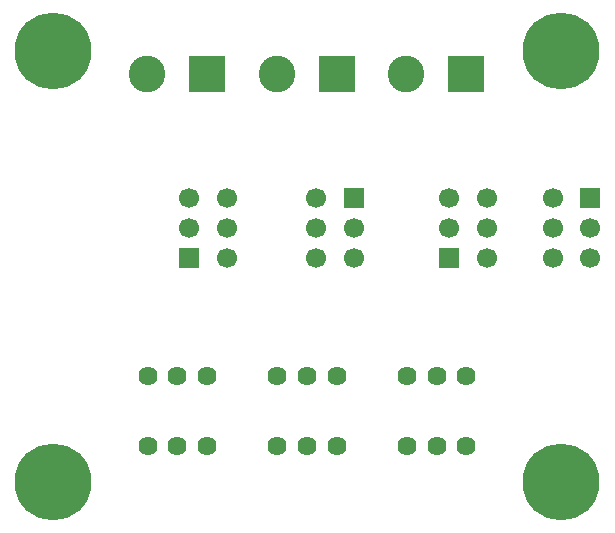
<source format=gbr>
%TF.GenerationSoftware,KiCad,Pcbnew,(5.1.6-0-10_14)*%
%TF.CreationDate,2022-03-19T18:54:14+01:00*%
%TF.ProjectId,EOL,454f4c2e-6b69-4636-9164-5f7063625858,rev?*%
%TF.SameCoordinates,Original*%
%TF.FileFunction,Soldermask,Bot*%
%TF.FilePolarity,Negative*%
%FSLAX46Y46*%
G04 Gerber Fmt 4.6, Leading zero omitted, Abs format (unit mm)*
G04 Created by KiCad (PCBNEW (5.1.6-0-10_14)) date 2022-03-19 18:54:14*
%MOMM*%
%LPD*%
G01*
G04 APERTURE LIST*
%ADD10C,1.624000*%
%ADD11C,1.700000*%
%ADD12R,1.700000X1.700000*%
%ADD13C,3.100000*%
%ADD14R,3.100000X3.100000*%
%ADD15C,0.900000*%
%ADD16C,6.500000*%
G04 APERTURE END LIST*
D10*
%TO.C,SW7*%
X28500000Y-50000000D03*
X31000000Y-50000000D03*
X26000000Y-50000000D03*
X31000000Y-44000000D03*
X28500000Y-44000000D03*
X26000000Y-44000000D03*
%TD*%
D11*
%TO.C,SW3*%
X32700000Y-29000000D03*
X32700000Y-31500000D03*
X32700000Y-34000000D03*
X29500000Y-29000000D03*
X29500000Y-31500000D03*
D12*
X29500000Y-34000000D03*
%TD*%
D10*
%TO.C,SW6*%
X50500000Y-50000000D03*
X53000000Y-50000000D03*
X48000000Y-50000000D03*
X53000000Y-44000000D03*
X50500000Y-44000000D03*
X48000000Y-44000000D03*
%TD*%
%TO.C,SW5*%
X39500000Y-50000000D03*
X42000000Y-50000000D03*
X37000000Y-50000000D03*
X42000000Y-44000000D03*
X39500000Y-44000000D03*
X37000000Y-44000000D03*
%TD*%
D11*
%TO.C,SW4*%
X60300000Y-34000000D03*
X60300000Y-31500000D03*
X60300000Y-29000000D03*
X63500000Y-34000000D03*
X63500000Y-31500000D03*
D12*
X63500000Y-29000000D03*
%TD*%
D11*
%TO.C,SW2*%
X54700000Y-29000000D03*
X54700000Y-31500000D03*
X54700000Y-34000000D03*
X51500000Y-29000000D03*
X51500000Y-31500000D03*
D12*
X51500000Y-34000000D03*
%TD*%
D11*
%TO.C,SW1*%
X40300000Y-34000000D03*
X40300000Y-31500000D03*
X40300000Y-29000000D03*
X43500000Y-34000000D03*
X43500000Y-31500000D03*
D12*
X43500000Y-29000000D03*
%TD*%
D13*
%TO.C,J3*%
X47920000Y-18500000D03*
D14*
X53000000Y-18500000D03*
%TD*%
D13*
%TO.C,J2*%
X36920000Y-18500000D03*
D14*
X42000000Y-18500000D03*
%TD*%
D13*
%TO.C,J1*%
X25920000Y-18500000D03*
D14*
X31000000Y-18500000D03*
%TD*%
D15*
%TO.C,H4*%
X62697056Y-51302944D03*
X61000000Y-50600000D03*
X59302944Y-51302944D03*
X58600000Y-53000000D03*
X59302944Y-54697056D03*
X61000000Y-55400000D03*
X62697056Y-54697056D03*
X63400000Y-53000000D03*
D16*
X61000000Y-53000000D03*
%TD*%
D15*
%TO.C,H3*%
X19697056Y-14802944D03*
X18000000Y-14100000D03*
X16302944Y-14802944D03*
X15600000Y-16500000D03*
X16302944Y-18197056D03*
X18000000Y-18900000D03*
X19697056Y-18197056D03*
X20400000Y-16500000D03*
D16*
X18000000Y-16500000D03*
%TD*%
D15*
%TO.C,H2*%
X62697056Y-14802944D03*
X61000000Y-14100000D03*
X59302944Y-14802944D03*
X58600000Y-16500000D03*
X59302944Y-18197056D03*
X61000000Y-18900000D03*
X62697056Y-18197056D03*
X63400000Y-16500000D03*
D16*
X61000000Y-16500000D03*
%TD*%
D15*
%TO.C,H1*%
X19697056Y-51302944D03*
X18000000Y-50600000D03*
X16302944Y-51302944D03*
X15600000Y-53000000D03*
X16302944Y-54697056D03*
X18000000Y-55400000D03*
X19697056Y-54697056D03*
X20400000Y-53000000D03*
D16*
X18000000Y-53000000D03*
%TD*%
M02*

</source>
